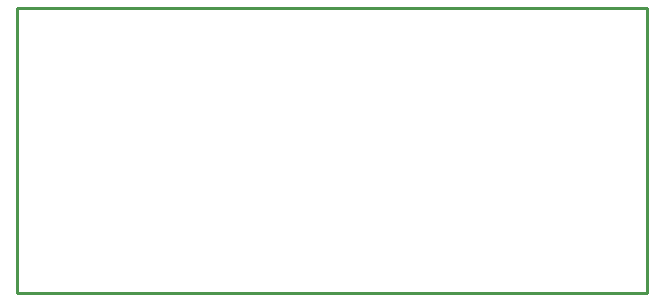
<source format=gbr>
G04 start of page 4 for group 2 idx 2 *
G04 Title: (unknown), outline *
G04 Creator: pcb 20110918 *
G04 CreationDate: Sun 01 Jun 2014 04:29:41 PM GMT UTC *
G04 For: ndholmes *
G04 Format: Gerber/RS-274X *
G04 PCB-Dimensions: 210000 95000 *
G04 PCB-Coordinate-Origin: lower left *
%MOIN*%
%FSLAX25Y25*%
%LNOUTLINE*%
%ADD42C,0.0100*%
G54D42*X0Y95000D02*X180000D01*
X0Y13000D02*Y95000D01*
Y14000D02*Y0D01*
X210000D01*
Y95000D01*
X179500D01*
M02*

</source>
